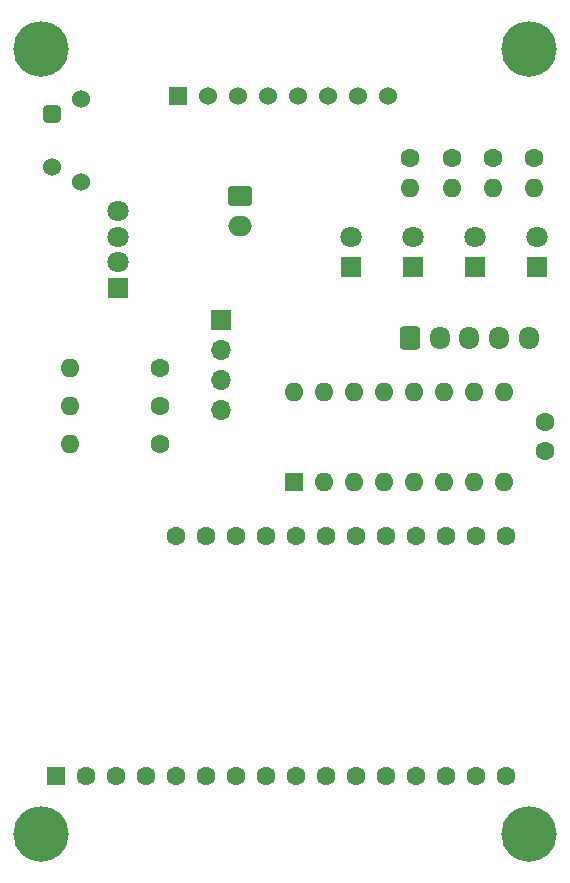
<source format=gbr>
%TF.GenerationSoftware,KiCad,Pcbnew,7.0.10*%
%TF.CreationDate,2024-03-15T10:23:30-04:00*%
%TF.ProjectId,Kicad V7,4b696361-6420-4563-972e-6b696361645f,v2*%
%TF.SameCoordinates,Original*%
%TF.FileFunction,Soldermask,Bot*%
%TF.FilePolarity,Negative*%
%FSLAX46Y46*%
G04 Gerber Fmt 4.6, Leading zero omitted, Abs format (unit mm)*
G04 Created by KiCad (PCBNEW 7.0.10) date 2024-03-15 10:23:30*
%MOMM*%
%LPD*%
G01*
G04 APERTURE LIST*
G04 Aperture macros list*
%AMRoundRect*
0 Rectangle with rounded corners*
0 $1 Rounding radius*
0 $2 $3 $4 $5 $6 $7 $8 $9 X,Y pos of 4 corners*
0 Add a 4 corners polygon primitive as box body*
4,1,4,$2,$3,$4,$5,$6,$7,$8,$9,$2,$3,0*
0 Add four circle primitives for the rounded corners*
1,1,$1+$1,$2,$3*
1,1,$1+$1,$4,$5*
1,1,$1+$1,$6,$7*
1,1,$1+$1,$8,$9*
0 Add four rect primitives between the rounded corners*
20,1,$1+$1,$2,$3,$4,$5,0*
20,1,$1+$1,$4,$5,$6,$7,0*
20,1,$1+$1,$6,$7,$8,$9,0*
20,1,$1+$1,$8,$9,$2,$3,0*%
G04 Aperture macros list end*
%ADD10C,1.600000*%
%ADD11O,1.600000X1.600000*%
%ADD12R,1.600000X1.600000*%
%ADD13R,1.700000X1.700000*%
%ADD14O,1.700000X1.700000*%
%ADD15C,3.100000*%
%ADD16C,4.700000*%
%ADD17RoundRect,0.381000X-0.381000X0.381000X-0.381000X-0.381000X0.381000X-0.381000X0.381000X0.381000X0*%
%ADD18C,1.524000*%
%ADD19R,1.800000X1.800000*%
%ADD20C,1.800000*%
%ADD21RoundRect,0.250000X-0.750000X0.600000X-0.750000X-0.600000X0.750000X-0.600000X0.750000X0.600000X0*%
%ADD22O,2.000000X1.700000*%
%ADD23RoundRect,0.250000X-0.600000X-0.725000X0.600000X-0.725000X0.600000X0.725000X-0.600000X0.725000X0*%
%ADD24O,1.700000X1.950000*%
%ADD25R,1.524000X1.524000*%
G04 APERTURE END LIST*
D10*
%TO.C,R4*%
X147500000Y-70460000D03*
D11*
X147500000Y-73000000D03*
%TD*%
D12*
%TO.C,U1*%
X127163553Y-97956446D03*
D11*
X129703553Y-97956446D03*
X132243553Y-97956446D03*
X134783553Y-97956446D03*
X137323553Y-97956446D03*
X139863553Y-97956446D03*
X142403553Y-97956446D03*
X144943553Y-97956446D03*
X144943553Y-90336446D03*
X142403553Y-90336446D03*
X139863553Y-90336446D03*
X137323553Y-90336446D03*
X134783553Y-90336446D03*
X132243553Y-90336446D03*
X129703553Y-90336446D03*
X127163553Y-90336446D03*
%TD*%
D13*
%TO.C,J3*%
X121000000Y-84250000D03*
D14*
X121000000Y-86790000D03*
X121000000Y-89330000D03*
X121000000Y-91870000D03*
%TD*%
D15*
%TO.C,H4*%
X147000000Y-61250000D03*
D16*
X147000000Y-61250000D03*
%TD*%
D17*
%TO.C,SW1*%
X106683000Y-66750000D03*
D18*
X106683000Y-71250000D03*
X109133000Y-65500000D03*
X109133000Y-72500000D03*
%TD*%
D10*
%TO.C,R2*%
X140500000Y-70455000D03*
D11*
X140500000Y-72995000D03*
%TD*%
D19*
%TO.C,D1*%
X132000000Y-79750000D03*
D20*
X132000000Y-77210000D03*
%TD*%
D10*
%TO.C,R7*%
X115810000Y-94750000D03*
D11*
X108190000Y-94750000D03*
%TD*%
D21*
%TO.C,J1*%
X122550000Y-73750000D03*
D22*
X122550000Y-76250000D03*
%TD*%
D19*
%TO.C,D4*%
X147750000Y-79750000D03*
D20*
X147750000Y-77210000D03*
%TD*%
D19*
%TO.C,D3*%
X142500000Y-79750000D03*
D20*
X142500000Y-77210000D03*
%TD*%
D23*
%TO.C,J2*%
X137000000Y-85750000D03*
D24*
X139500000Y-85750000D03*
X142000000Y-85750000D03*
X144500000Y-85750000D03*
X147000000Y-85750000D03*
%TD*%
D10*
%TO.C,R6*%
X115810000Y-91500000D03*
D11*
X108190000Y-91500000D03*
%TD*%
D19*
%TO.C,D2*%
X137250000Y-79750000D03*
D20*
X137250000Y-77210000D03*
%TD*%
D19*
%TO.C,D5*%
X112250000Y-81500000D03*
D20*
X112250000Y-79341000D03*
X112250000Y-77182000D03*
X112250000Y-75023000D03*
%TD*%
D10*
%TO.C,R1*%
X137000000Y-70455000D03*
D11*
X137000000Y-72995000D03*
%TD*%
D15*
%TO.C,H2*%
X147000000Y-127750000D03*
D16*
X147000000Y-127750000D03*
%TD*%
D15*
%TO.C,H3*%
X105750000Y-61250000D03*
D16*
X105750000Y-61250000D03*
%TD*%
D10*
%TO.C,R3*%
X144000000Y-70455000D03*
D11*
X144000000Y-72995000D03*
%TD*%
D25*
%TO.C,A2*%
X117360000Y-65250000D03*
D18*
X119900000Y-65250000D03*
X122440000Y-65250000D03*
X124980000Y-65250000D03*
X127520000Y-65250000D03*
X130060000Y-65250000D03*
X132600000Y-65250000D03*
X135140000Y-65250000D03*
%TD*%
D10*
%TO.C,R5*%
X115810000Y-88250000D03*
D11*
X108190000Y-88250000D03*
%TD*%
D15*
%TO.C,H1*%
X105750000Y-127750000D03*
D16*
X105750000Y-127750000D03*
%TD*%
D10*
%TO.C,C1*%
X148413553Y-92836446D03*
X148413553Y-95336446D03*
%TD*%
D12*
%TO.C,A1*%
X107000000Y-122802500D03*
D10*
X109540000Y-122802500D03*
X112080000Y-122802500D03*
X114620000Y-122802500D03*
X117160000Y-122802500D03*
X119700000Y-122802500D03*
X122240000Y-122802500D03*
X124780000Y-122802500D03*
X127320000Y-122802500D03*
X129860000Y-122802500D03*
X132400000Y-122802500D03*
X134940000Y-122802500D03*
X137480000Y-122802500D03*
X140020000Y-122802500D03*
X142560000Y-122802500D03*
X145100000Y-122802500D03*
X145100000Y-102482500D03*
X142560000Y-102482500D03*
X140020000Y-102482500D03*
X137480000Y-102482500D03*
X134940000Y-102482500D03*
X132400000Y-102482500D03*
X129860000Y-102482500D03*
X127320000Y-102482500D03*
X124780000Y-102482500D03*
X122240000Y-102482500D03*
X119700000Y-102482500D03*
X117160000Y-102482500D03*
%TD*%
M02*

</source>
